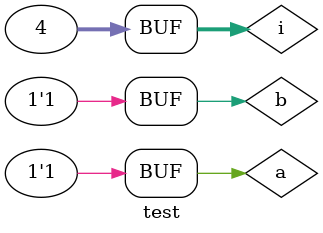
<source format=v>
module hadder (
    input a, b,
    output cout, sum);

    assign cout = (a & b);
    assign sum = (a ^ b);
    
endmodule

module test;

    reg a, b;
    wire cout;
    wire sum;
    integer i;

    hadder u0 ( .a(a), .b(b), .cout(cout), .sum(sum) );

    initial begin

        a <= 0;
        b <= 0;

        $monitor("a=%0b b=%0b cout=%0b sum=%0b", a, b, cout, sum);

        for (i = 0; i < 4; i = i + 1) begin
            {a, b} = i;
            #10;
        end

    end

endmodule
</source>
